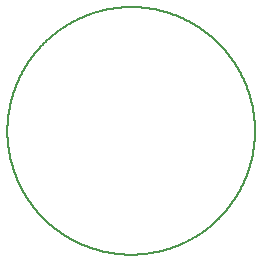
<source format=gm1>
G04 MADE WITH FRITZING*
G04 WWW.FRITZING.ORG*
G04 DOUBLE SIDED*
G04 HOLES PLATED*
G04 CONTOUR ON CENTER OF CONTOUR VECTOR*
%ASAXBY*%
%FSLAX23Y23*%
%MOIN*%
%OFA0B0*%
%SFA1.0B1.0*%
%ADD10C,0.005000*%
%ADD10C,0.008*%
%LNCONTOUR*%
G90*
G70*
G54D10*
G54D10*
X393Y827D02*
X394Y827D01*
X395Y827D01*
X396Y827D01*
X397Y827D01*
X398Y827D01*
X399Y827D01*
X400Y827D01*
X401Y827D01*
X402Y827D01*
X403Y827D01*
X404Y827D01*
X405Y827D01*
X406Y827D01*
X407Y827D01*
X408Y827D01*
X409Y827D01*
X410Y827D01*
X411Y827D01*
X412Y827D01*
X413Y827D01*
X414Y827D01*
X415Y827D01*
X416Y827D01*
X417Y827D01*
X418Y827D01*
X419Y827D01*
X420Y827D01*
X421Y827D01*
X422Y827D01*
X423Y827D01*
X424Y827D01*
X425Y827D01*
X426Y827D01*
X427Y827D01*
X428Y827D01*
X429Y827D01*
X430Y827D01*
X431Y827D01*
X432Y827D01*
X433Y826D01*
X434Y826D01*
X435Y826D01*
X436Y826D01*
X437Y826D01*
X438Y826D01*
X439Y826D01*
X440Y826D01*
X441Y826D01*
X442Y826D01*
X443Y826D01*
X444Y826D01*
X445Y826D01*
X446Y826D01*
X447Y826D01*
X448Y825D01*
X449Y825D01*
X450Y825D01*
X451Y825D01*
X452Y825D01*
X453Y825D01*
X454Y825D01*
X455Y825D01*
X456Y825D01*
X457Y825D01*
X458Y824D01*
X459Y824D01*
X460Y824D01*
X461Y824D01*
X462Y824D01*
X463Y824D01*
X464Y824D01*
X465Y824D01*
X466Y824D01*
X467Y823D01*
X468Y823D01*
X469Y823D01*
X470Y823D01*
X471Y823D01*
X472Y823D01*
X473Y823D01*
X474Y822D01*
X475Y822D01*
X476Y822D01*
X477Y822D01*
X478Y822D01*
X479Y822D01*
X480Y821D01*
X481Y821D01*
X482Y821D01*
X483Y821D01*
X484Y821D01*
X485Y821D01*
X486Y820D01*
X487Y820D01*
X488Y820D01*
X489Y820D01*
X490Y820D01*
X491Y819D01*
X492Y819D01*
X493Y819D01*
X494Y819D01*
X495Y819D01*
X496Y819D01*
X497Y818D01*
X498Y818D01*
X499Y818D01*
X500Y818D01*
X501Y817D01*
X502Y817D01*
X503Y817D01*
X504Y817D01*
X505Y817D01*
X506Y816D01*
X507Y816D01*
X508Y816D01*
X509Y816D01*
X510Y815D01*
X511Y815D01*
X512Y815D01*
X513Y815D01*
X514Y814D01*
X515Y814D01*
X516Y814D01*
X517Y814D01*
X518Y813D01*
X519Y813D01*
X520Y813D01*
X521Y813D01*
X522Y812D01*
X523Y812D01*
X524Y812D01*
X525Y811D01*
X526Y811D01*
X527Y811D01*
X528Y811D01*
X529Y810D01*
X530Y810D01*
X531Y810D01*
X532Y809D01*
X533Y809D01*
X534Y809D01*
X535Y808D01*
X536Y808D01*
X537Y808D01*
X538Y807D01*
X539Y807D01*
X540Y807D01*
X541Y807D01*
X542Y806D01*
X543Y806D01*
X544Y806D01*
X545Y805D01*
X546Y805D01*
X547Y805D01*
X548Y804D01*
X549Y804D01*
X550Y803D01*
X551Y803D01*
X552Y803D01*
X553Y802D01*
X554Y802D01*
X555Y802D01*
X556Y801D01*
X557Y801D01*
X558Y801D01*
X559Y800D01*
X560Y800D01*
X561Y799D01*
X562Y799D01*
X563Y799D01*
X564Y798D01*
X565Y798D01*
X566Y797D01*
X567Y797D01*
X568Y797D01*
X569Y796D01*
X570Y796D01*
X571Y795D01*
X572Y795D01*
X573Y795D01*
X574Y794D01*
X575Y794D01*
X576Y793D01*
X577Y793D01*
X578Y792D01*
X579Y792D01*
X580Y791D01*
X581Y791D01*
X582Y791D01*
X583Y790D01*
X584Y790D01*
X585Y789D01*
X586Y789D01*
X587Y788D01*
X588Y788D01*
X589Y787D01*
X590Y787D01*
X591Y786D01*
X592Y786D01*
X593Y785D01*
X594Y785D01*
X595Y784D01*
X596Y784D01*
X597Y783D01*
X598Y783D01*
X599Y782D01*
X600Y782D01*
X601Y781D01*
X602Y781D01*
X603Y780D01*
X604Y780D01*
X605Y779D01*
X606Y779D01*
X607Y778D01*
X608Y778D01*
X609Y777D01*
X610Y777D01*
X611Y776D01*
X612Y776D01*
X613Y775D01*
X614Y774D01*
X615Y774D01*
X616Y773D01*
X617Y773D01*
X618Y772D01*
X619Y772D01*
X620Y771D01*
X621Y770D01*
X622Y770D01*
X623Y769D01*
X624Y769D01*
X625Y768D01*
X626Y768D01*
X627Y767D01*
X628Y766D01*
X629Y766D01*
X630Y765D01*
X631Y764D01*
X632Y764D01*
X633Y763D01*
X634Y762D01*
X635Y762D01*
X636Y761D01*
X637Y761D01*
X638Y760D01*
X639Y759D01*
X640Y759D01*
X641Y758D01*
X642Y757D01*
X643Y757D01*
X644Y756D01*
X645Y755D01*
X646Y755D01*
X647Y754D01*
X648Y753D01*
X649Y752D01*
X650Y752D01*
X651Y751D01*
X652Y750D01*
X653Y750D01*
X654Y749D01*
X655Y748D01*
X656Y747D01*
X657Y747D01*
X658Y746D01*
X659Y745D01*
X660Y745D01*
X661Y744D01*
X662Y743D01*
X663Y742D01*
X664Y741D01*
X665Y741D01*
X666Y740D01*
X667Y739D01*
X668Y738D01*
X669Y738D01*
X670Y737D01*
X671Y736D01*
X672Y735D01*
X673Y734D01*
X674Y734D01*
X675Y733D01*
X676Y732D01*
X677Y731D01*
X678Y730D01*
X679Y729D01*
X680Y729D01*
X681Y728D01*
X682Y727D01*
X683Y726D01*
X684Y725D01*
X685Y724D01*
X686Y723D01*
X687Y722D01*
X688Y722D01*
X689Y721D01*
X690Y720D01*
X691Y719D01*
X692Y718D01*
X693Y717D01*
X694Y716D01*
X695Y715D01*
X696Y714D01*
X697Y713D01*
X698Y712D01*
X699Y711D01*
X700Y710D01*
X701Y709D01*
X702Y708D01*
X703Y707D01*
X704Y707D01*
X705Y706D01*
X705Y705D01*
X706Y704D01*
X707Y703D01*
X708Y702D01*
X709Y701D01*
X710Y700D01*
X711Y699D01*
X712Y698D01*
X713Y697D01*
X714Y696D01*
X715Y695D01*
X716Y694D01*
X717Y693D01*
X718Y692D01*
X719Y691D01*
X720Y690D01*
X720Y689D01*
X721Y688D01*
X722Y687D01*
X723Y686D01*
X724Y685D01*
X725Y684D01*
X726Y683D01*
X727Y682D01*
X727Y681D01*
X728Y680D01*
X729Y679D01*
X730Y678D01*
X731Y677D01*
X732Y676D01*
X732Y675D01*
X733Y674D01*
X734Y673D01*
X735Y672D01*
X736Y671D01*
X736Y670D01*
X737Y669D01*
X738Y668D01*
X739Y667D01*
X739Y666D01*
X740Y665D01*
X741Y664D01*
X742Y663D01*
X743Y662D01*
X743Y661D01*
X744Y660D01*
X745Y659D01*
X745Y658D01*
X746Y657D01*
X747Y656D01*
X748Y655D01*
X748Y654D01*
X749Y653D01*
X750Y652D01*
X750Y651D01*
X751Y650D01*
X752Y649D01*
X753Y648D01*
X753Y647D01*
X754Y646D01*
X755Y645D01*
X755Y644D01*
X756Y643D01*
X757Y642D01*
X757Y641D01*
X758Y640D01*
X759Y639D01*
X759Y638D01*
X760Y637D01*
X760Y636D01*
X761Y635D01*
X762Y634D01*
X762Y633D01*
X763Y632D01*
X764Y631D01*
X764Y630D01*
X765Y629D01*
X766Y628D01*
X766Y627D01*
X767Y626D01*
X767Y625D01*
X768Y624D01*
X768Y623D01*
X769Y622D01*
X770Y621D01*
X770Y620D01*
X771Y619D01*
X771Y618D01*
X772Y617D01*
X772Y616D01*
X773Y615D01*
X774Y614D01*
X774Y613D01*
X775Y612D01*
X775Y611D01*
X776Y610D01*
X776Y609D01*
X777Y608D01*
X777Y607D01*
X778Y606D01*
X778Y605D01*
X779Y604D01*
X779Y603D01*
X780Y602D01*
X780Y601D01*
X781Y600D01*
X781Y599D01*
X782Y598D01*
X782Y597D01*
X783Y596D01*
X783Y595D01*
X784Y594D01*
X784Y593D01*
X785Y592D01*
X785Y591D01*
X786Y590D01*
X786Y589D01*
X787Y588D01*
X787Y587D01*
X788Y586D01*
X788Y585D01*
X789Y584D01*
X789Y582D01*
X790Y581D01*
X790Y580D01*
X791Y579D01*
X791Y578D01*
X792Y577D01*
X792Y576D01*
X793Y575D01*
X793Y573D01*
X794Y572D01*
X794Y571D01*
X795Y570D01*
X795Y568D01*
X796Y567D01*
X796Y566D01*
X797Y565D01*
X797Y563D01*
X798Y562D01*
X798Y561D01*
X799Y560D01*
X799Y558D01*
X800Y557D01*
X800Y555D01*
X801Y554D01*
X801Y552D01*
X802Y551D01*
X802Y549D01*
X803Y548D01*
X803Y547D01*
X804Y546D01*
X804Y544D01*
X805Y543D01*
X805Y540D01*
X806Y539D01*
X806Y537D01*
X807Y536D01*
X807Y534D01*
X808Y533D01*
X808Y531D01*
X809Y530D01*
X809Y527D01*
X810Y526D01*
X810Y524D01*
X811Y523D01*
X811Y520D01*
X812Y519D01*
X812Y516D01*
X813Y515D01*
X813Y512D01*
X814Y511D01*
X814Y508D01*
X815Y507D01*
X815Y503D01*
X816Y502D01*
X816Y499D01*
X817Y498D01*
X817Y493D01*
X818Y492D01*
X818Y488D01*
X819Y487D01*
X819Y482D01*
X820Y481D01*
X820Y476D01*
X821Y475D01*
X821Y469D01*
X822Y468D01*
X822Y460D01*
X823Y459D01*
X823Y450D01*
X824Y449D01*
X824Y435D01*
X825Y434D01*
X825Y395D01*
X824Y394D01*
X824Y380D01*
X823Y379D01*
X823Y370D01*
X822Y369D01*
X822Y361D01*
X821Y360D01*
X821Y354D01*
X820Y353D01*
X820Y348D01*
X819Y347D01*
X819Y342D01*
X818Y341D01*
X818Y337D01*
X817Y336D01*
X817Y331D01*
X816Y330D01*
X816Y327D01*
X815Y326D01*
X815Y322D01*
X814Y321D01*
X814Y318D01*
X813Y317D01*
X813Y314D01*
X812Y313D01*
X812Y310D01*
X811Y309D01*
X811Y306D01*
X810Y305D01*
X810Y303D01*
X809Y302D01*
X809Y299D01*
X808Y298D01*
X808Y296D01*
X807Y295D01*
X807Y293D01*
X806Y292D01*
X806Y290D01*
X805Y289D01*
X805Y286D01*
X804Y285D01*
X804Y283D01*
X803Y282D01*
X803Y281D01*
X802Y280D01*
X802Y278D01*
X801Y277D01*
X801Y275D01*
X800Y274D01*
X800Y272D01*
X799Y271D01*
X799Y269D01*
X798Y268D01*
X798Y267D01*
X797Y266D01*
X797Y264D01*
X796Y263D01*
X796Y262D01*
X795Y261D01*
X795Y259D01*
X794Y258D01*
X794Y257D01*
X793Y256D01*
X793Y254D01*
X792Y253D01*
X792Y252D01*
X791Y251D01*
X791Y250D01*
X790Y249D01*
X790Y248D01*
X789Y247D01*
X789Y245D01*
X788Y244D01*
X788Y243D01*
X787Y242D01*
X787Y241D01*
X786Y240D01*
X786Y239D01*
X785Y238D01*
X785Y237D01*
X784Y236D01*
X784Y235D01*
X783Y234D01*
X783Y233D01*
X782Y232D01*
X782Y231D01*
X781Y230D01*
X781Y229D01*
X780Y228D01*
X780Y227D01*
X779Y226D01*
X779Y225D01*
X778Y224D01*
X778Y223D01*
X777Y222D01*
X777Y221D01*
X776Y220D01*
X776Y219D01*
X775Y218D01*
X775Y217D01*
X774Y216D01*
X774Y215D01*
X773Y214D01*
X772Y213D01*
X772Y212D01*
X771Y211D01*
X771Y210D01*
X770Y209D01*
X770Y208D01*
X769Y207D01*
X768Y206D01*
X768Y205D01*
X767Y204D01*
X767Y203D01*
X766Y202D01*
X766Y201D01*
X765Y200D01*
X764Y199D01*
X764Y198D01*
X763Y197D01*
X762Y196D01*
X762Y195D01*
X761Y194D01*
X760Y193D01*
X760Y192D01*
X759Y191D01*
X759Y190D01*
X758Y189D01*
X757Y188D01*
X757Y187D01*
X756Y186D01*
X755Y185D01*
X755Y184D01*
X754Y183D01*
X753Y182D01*
X753Y181D01*
X752Y180D01*
X751Y179D01*
X750Y178D01*
X750Y177D01*
X749Y176D01*
X748Y175D01*
X748Y174D01*
X747Y173D01*
X746Y172D01*
X745Y171D01*
X745Y170D01*
X744Y169D01*
X743Y168D01*
X743Y167D01*
X742Y166D01*
X741Y165D01*
X740Y164D01*
X739Y163D01*
X739Y162D01*
X738Y161D01*
X737Y160D01*
X736Y159D01*
X736Y158D01*
X735Y157D01*
X734Y156D01*
X733Y155D01*
X732Y154D01*
X732Y153D01*
X731Y152D01*
X730Y151D01*
X729Y150D01*
X728Y149D01*
X727Y148D01*
X727Y147D01*
X726Y146D01*
X725Y145D01*
X724Y144D01*
X723Y143D01*
X722Y142D01*
X721Y141D01*
X720Y140D01*
X720Y139D01*
X719Y138D01*
X718Y137D01*
X717Y136D01*
X716Y135D01*
X715Y134D01*
X714Y133D01*
X713Y132D01*
X712Y131D01*
X711Y130D01*
X710Y129D01*
X709Y128D01*
X708Y127D01*
X707Y126D01*
X706Y125D01*
X705Y124D01*
X705Y123D01*
X704Y122D01*
X703Y122D01*
X702Y121D01*
X701Y120D01*
X700Y119D01*
X699Y118D01*
X698Y117D01*
X697Y116D01*
X696Y115D01*
X695Y114D01*
X694Y113D01*
X693Y112D01*
X692Y111D01*
X691Y110D01*
X690Y109D01*
X689Y108D01*
X688Y107D01*
X687Y107D01*
X686Y106D01*
X685Y105D01*
X684Y104D01*
X683Y103D01*
X682Y102D01*
X681Y101D01*
X680Y100D01*
X679Y100D01*
X678Y99D01*
X677Y98D01*
X676Y97D01*
X675Y96D01*
X674Y95D01*
X673Y95D01*
X672Y94D01*
X671Y93D01*
X670Y92D01*
X669Y91D01*
X668Y91D01*
X667Y90D01*
X666Y89D01*
X665Y88D01*
X664Y88D01*
X663Y87D01*
X662Y86D01*
X661Y85D01*
X660Y84D01*
X659Y84D01*
X658Y83D01*
X657Y82D01*
X656Y82D01*
X655Y81D01*
X654Y80D01*
X653Y79D01*
X652Y79D01*
X651Y78D01*
X650Y77D01*
X649Y77D01*
X648Y76D01*
X647Y75D01*
X646Y74D01*
X645Y74D01*
X644Y73D01*
X643Y72D01*
X642Y72D01*
X641Y71D01*
X640Y70D01*
X639Y70D01*
X638Y69D01*
X637Y68D01*
X636Y68D01*
X635Y67D01*
X634Y67D01*
X633Y66D01*
X632Y65D01*
X631Y65D01*
X630Y64D01*
X629Y63D01*
X628Y63D01*
X627Y62D01*
X626Y61D01*
X625Y61D01*
X624Y60D01*
X623Y60D01*
X622Y59D01*
X621Y59D01*
X620Y58D01*
X619Y57D01*
X618Y57D01*
X617Y56D01*
X616Y56D01*
X615Y55D01*
X614Y55D01*
X613Y54D01*
X612Y53D01*
X611Y53D01*
X610Y52D01*
X609Y52D01*
X608Y51D01*
X607Y51D01*
X606Y50D01*
X605Y50D01*
X604Y49D01*
X603Y49D01*
X602Y48D01*
X601Y48D01*
X600Y47D01*
X599Y47D01*
X598Y46D01*
X597Y46D01*
X596Y45D01*
X595Y45D01*
X594Y44D01*
X593Y44D01*
X592Y43D01*
X591Y43D01*
X590Y42D01*
X589Y42D01*
X588Y41D01*
X587Y41D01*
X586Y40D01*
X585Y40D01*
X584Y39D01*
X583Y39D01*
X582Y38D01*
X581Y38D01*
X580Y38D01*
X579Y37D01*
X578Y37D01*
X577Y36D01*
X576Y36D01*
X575Y35D01*
X574Y35D01*
X573Y34D01*
X572Y34D01*
X571Y34D01*
X570Y33D01*
X569Y33D01*
X568Y32D01*
X567Y32D01*
X566Y32D01*
X565Y31D01*
X564Y31D01*
X563Y30D01*
X562Y30D01*
X561Y30D01*
X560Y29D01*
X559Y29D01*
X558Y28D01*
X557Y28D01*
X556Y28D01*
X555Y27D01*
X554Y27D01*
X553Y27D01*
X552Y26D01*
X551Y26D01*
X550Y26D01*
X549Y25D01*
X548Y25D01*
X547Y25D01*
X546Y24D01*
X545Y24D01*
X544Y23D01*
X543Y23D01*
X542Y23D01*
X541Y22D01*
X540Y22D01*
X539Y22D01*
X538Y22D01*
X537Y21D01*
X536Y21D01*
X535Y21D01*
X534Y20D01*
X533Y20D01*
X532Y20D01*
X531Y19D01*
X530Y19D01*
X529Y19D01*
X528Y18D01*
X527Y18D01*
X526Y18D01*
X525Y18D01*
X524Y17D01*
X523Y17D01*
X522Y17D01*
X521Y16D01*
X520Y16D01*
X519Y16D01*
X518Y16D01*
X517Y15D01*
X516Y15D01*
X515Y15D01*
X514Y15D01*
X513Y14D01*
X512Y14D01*
X511Y14D01*
X510Y14D01*
X509Y13D01*
X508Y13D01*
X507Y13D01*
X506Y13D01*
X505Y12D01*
X504Y12D01*
X503Y12D01*
X502Y12D01*
X501Y12D01*
X500Y11D01*
X499Y11D01*
X498Y11D01*
X497Y11D01*
X496Y10D01*
X495Y10D01*
X494Y10D01*
X493Y10D01*
X492Y10D01*
X491Y10D01*
X490Y9D01*
X489Y9D01*
X488Y9D01*
X487Y9D01*
X486Y9D01*
X485Y8D01*
X484Y8D01*
X483Y8D01*
X482Y8D01*
X481Y8D01*
X480Y8D01*
X479Y7D01*
X478Y7D01*
X477Y7D01*
X476Y7D01*
X475Y7D01*
X474Y7D01*
X473Y6D01*
X472Y6D01*
X471Y6D01*
X470Y6D01*
X469Y6D01*
X468Y6D01*
X467Y6D01*
X466Y5D01*
X465Y5D01*
X464Y5D01*
X463Y5D01*
X462Y5D01*
X461Y5D01*
X460Y5D01*
X459Y5D01*
X458Y5D01*
X457Y4D01*
X456Y4D01*
X455Y4D01*
X454Y4D01*
X453Y4D01*
X452Y4D01*
X451Y4D01*
X450Y4D01*
X449Y4D01*
X448Y4D01*
X447Y3D01*
X446Y3D01*
X445Y3D01*
X444Y3D01*
X443Y3D01*
X442Y3D01*
X441Y3D01*
X440Y3D01*
X439Y3D01*
X438Y3D01*
X437Y3D01*
X436Y3D01*
X435Y3D01*
X434Y3D01*
X433Y3D01*
X432Y2D01*
X431Y2D01*
X430Y2D01*
X429Y2D01*
X428Y2D01*
X427Y2D01*
X426Y2D01*
X425Y2D01*
X424Y2D01*
X423Y2D01*
X422Y2D01*
X421Y2D01*
X420Y2D01*
X419Y2D01*
X418Y2D01*
X417Y2D01*
X416Y2D01*
X415Y2D01*
X414Y2D01*
X413Y2D01*
X412Y2D01*
X411Y2D01*
X410Y2D01*
X409Y2D01*
X408Y2D01*
X407Y2D01*
X406Y2D01*
X405Y2D01*
X404Y2D01*
X403Y2D01*
X402Y2D01*
X401Y2D01*
X400Y2D01*
X399Y2D01*
X398Y2D01*
X397Y2D01*
X396Y2D01*
X395Y2D01*
X394Y2D01*
X393Y2D01*
X392Y3D01*
X391Y3D01*
X390Y3D01*
X389Y3D01*
X388Y3D01*
X387Y3D01*
X386Y3D01*
X385Y3D01*
X384Y3D01*
X383Y3D01*
X382Y3D01*
X381Y3D01*
X380Y3D01*
X379Y3D01*
X378Y3D01*
X377Y4D01*
X376Y4D01*
X375Y4D01*
X374Y4D01*
X373Y4D01*
X372Y4D01*
X371Y4D01*
X370Y4D01*
X369Y4D01*
X368Y4D01*
X367Y5D01*
X366Y5D01*
X365Y5D01*
X364Y5D01*
X363Y5D01*
X362Y5D01*
X361Y5D01*
X360Y5D01*
X359Y5D01*
X358Y6D01*
X357Y6D01*
X356Y6D01*
X355Y6D01*
X354Y6D01*
X353Y6D01*
X352Y6D01*
X351Y7D01*
X350Y7D01*
X349Y7D01*
X348Y7D01*
X347Y7D01*
X346Y7D01*
X345Y8D01*
X344Y8D01*
X343Y8D01*
X342Y8D01*
X341Y8D01*
X340Y8D01*
X339Y9D01*
X338Y9D01*
X337Y9D01*
X336Y9D01*
X335Y9D01*
X334Y10D01*
X333Y10D01*
X332Y10D01*
X331Y10D01*
X330Y10D01*
X329Y10D01*
X328Y11D01*
X327Y11D01*
X326Y11D01*
X325Y11D01*
X324Y12D01*
X323Y12D01*
X322Y12D01*
X321Y12D01*
X320Y12D01*
X319Y13D01*
X318Y13D01*
X317Y13D01*
X316Y13D01*
X315Y14D01*
X314Y14D01*
X313Y14D01*
X312Y14D01*
X311Y15D01*
X310Y15D01*
X309Y15D01*
X308Y15D01*
X307Y16D01*
X306Y16D01*
X305Y16D01*
X304Y16D01*
X303Y17D01*
X302Y17D01*
X301Y17D01*
X300Y18D01*
X299Y18D01*
X298Y18D01*
X297Y18D01*
X296Y19D01*
X295Y19D01*
X294Y19D01*
X293Y20D01*
X292Y20D01*
X291Y20D01*
X290Y21D01*
X289Y21D01*
X288Y21D01*
X287Y22D01*
X286Y22D01*
X285Y22D01*
X284Y22D01*
X283Y23D01*
X282Y23D01*
X281Y23D01*
X280Y24D01*
X279Y24D01*
X278Y25D01*
X277Y25D01*
X276Y25D01*
X275Y26D01*
X274Y26D01*
X273Y26D01*
X272Y27D01*
X271Y27D01*
X270Y27D01*
X269Y28D01*
X268Y28D01*
X267Y28D01*
X266Y29D01*
X265Y29D01*
X264Y30D01*
X263Y30D01*
X262Y30D01*
X261Y31D01*
X260Y31D01*
X259Y32D01*
X258Y32D01*
X257Y32D01*
X256Y33D01*
X255Y33D01*
X254Y34D01*
X253Y34D01*
X252Y34D01*
X251Y35D01*
X250Y35D01*
X249Y36D01*
X248Y36D01*
X247Y37D01*
X246Y37D01*
X245Y38D01*
X244Y38D01*
X243Y38D01*
X242Y39D01*
X241Y39D01*
X240Y40D01*
X239Y40D01*
X238Y41D01*
X237Y41D01*
X236Y42D01*
X235Y42D01*
X234Y43D01*
X233Y43D01*
X232Y44D01*
X231Y44D01*
X230Y45D01*
X229Y45D01*
X228Y46D01*
X227Y46D01*
X226Y47D01*
X225Y47D01*
X224Y48D01*
X223Y48D01*
X222Y49D01*
X221Y49D01*
X220Y50D01*
X219Y50D01*
X218Y51D01*
X217Y51D01*
X216Y52D01*
X215Y52D01*
X214Y53D01*
X213Y53D01*
X212Y54D01*
X211Y55D01*
X210Y55D01*
X209Y56D01*
X208Y56D01*
X207Y57D01*
X206Y57D01*
X205Y58D01*
X204Y59D01*
X203Y59D01*
X202Y60D01*
X201Y60D01*
X200Y61D01*
X199Y61D01*
X198Y62D01*
X197Y63D01*
X196Y63D01*
X195Y64D01*
X194Y65D01*
X193Y65D01*
X192Y66D01*
X191Y67D01*
X190Y67D01*
X189Y68D01*
X188Y68D01*
X187Y69D01*
X186Y70D01*
X185Y70D01*
X184Y71D01*
X183Y72D01*
X182Y72D01*
X181Y73D01*
X180Y74D01*
X179Y74D01*
X178Y75D01*
X177Y76D01*
X176Y77D01*
X175Y77D01*
X174Y78D01*
X173Y79D01*
X172Y79D01*
X171Y80D01*
X170Y81D01*
X169Y82D01*
X168Y82D01*
X167Y83D01*
X166Y84D01*
X165Y84D01*
X164Y85D01*
X163Y86D01*
X162Y87D01*
X161Y88D01*
X160Y88D01*
X159Y89D01*
X158Y90D01*
X157Y91D01*
X156Y91D01*
X155Y92D01*
X154Y93D01*
X153Y94D01*
X152Y95D01*
X151Y95D01*
X150Y96D01*
X149Y97D01*
X148Y98D01*
X147Y99D01*
X146Y100D01*
X145Y100D01*
X144Y101D01*
X143Y102D01*
X142Y103D01*
X141Y104D01*
X140Y105D01*
X139Y106D01*
X138Y107D01*
X137Y107D01*
X136Y108D01*
X135Y109D01*
X134Y110D01*
X133Y111D01*
X132Y112D01*
X131Y113D01*
X130Y114D01*
X129Y115D01*
X128Y116D01*
X127Y117D01*
X126Y118D01*
X125Y119D01*
X124Y120D01*
X123Y121D01*
X122Y122D01*
X121Y122D01*
X120Y123D01*
X120Y124D01*
X119Y125D01*
X118Y126D01*
X117Y127D01*
X116Y128D01*
X115Y129D01*
X114Y130D01*
X113Y131D01*
X112Y132D01*
X111Y133D01*
X110Y134D01*
X109Y135D01*
X108Y136D01*
X107Y137D01*
X106Y138D01*
X105Y139D01*
X105Y140D01*
X104Y141D01*
X103Y142D01*
X102Y143D01*
X101Y144D01*
X100Y145D01*
X99Y146D01*
X98Y147D01*
X98Y148D01*
X97Y149D01*
X96Y150D01*
X95Y151D01*
X94Y152D01*
X93Y153D01*
X93Y154D01*
X92Y155D01*
X91Y156D01*
X90Y157D01*
X89Y158D01*
X89Y159D01*
X88Y160D01*
X87Y161D01*
X86Y162D01*
X86Y163D01*
X85Y164D01*
X84Y165D01*
X83Y166D01*
X82Y167D01*
X82Y168D01*
X81Y169D01*
X80Y170D01*
X80Y171D01*
X79Y172D01*
X78Y173D01*
X77Y174D01*
X77Y175D01*
X76Y176D01*
X75Y177D01*
X75Y178D01*
X74Y179D01*
X73Y180D01*
X72Y181D01*
X72Y182D01*
X71Y183D01*
X70Y184D01*
X70Y185D01*
X69Y186D01*
X68Y187D01*
X68Y188D01*
X67Y189D01*
X66Y190D01*
X66Y191D01*
X65Y192D01*
X65Y193D01*
X64Y194D01*
X63Y195D01*
X63Y196D01*
X62Y197D01*
X61Y198D01*
X61Y199D01*
X60Y200D01*
X59Y201D01*
X59Y202D01*
X58Y203D01*
X58Y204D01*
X57Y205D01*
X57Y206D01*
X56Y207D01*
X55Y208D01*
X55Y209D01*
X54Y210D01*
X54Y211D01*
X53Y212D01*
X53Y213D01*
X52Y214D01*
X51Y215D01*
X51Y216D01*
X50Y217D01*
X50Y218D01*
X49Y219D01*
X49Y220D01*
X48Y221D01*
X48Y222D01*
X47Y223D01*
X47Y224D01*
X46Y225D01*
X46Y226D01*
X45Y227D01*
X45Y228D01*
X44Y229D01*
X44Y230D01*
X43Y231D01*
X43Y232D01*
X42Y233D01*
X42Y234D01*
X41Y235D01*
X41Y236D01*
X40Y237D01*
X40Y238D01*
X39Y239D01*
X39Y240D01*
X38Y241D01*
X38Y242D01*
X37Y243D01*
X37Y244D01*
X36Y245D01*
X36Y247D01*
X35Y248D01*
X35Y249D01*
X34Y250D01*
X34Y251D01*
X33Y252D01*
X33Y253D01*
X32Y254D01*
X32Y256D01*
X31Y257D01*
X31Y258D01*
X30Y259D01*
X30Y261D01*
X29Y262D01*
X29Y263D01*
X28Y264D01*
X28Y266D01*
X27Y267D01*
X27Y268D01*
X26Y269D01*
X26Y271D01*
X25Y272D01*
X25Y274D01*
X24Y275D01*
X24Y277D01*
X23Y278D01*
X23Y279D01*
X22Y280D01*
X22Y282D01*
X21Y283D01*
X21Y285D01*
X20Y286D01*
X20Y289D01*
X19Y290D01*
X19Y292D01*
X18Y293D01*
X18Y295D01*
X17Y296D01*
X17Y298D01*
X16Y299D01*
X16Y302D01*
X15Y303D01*
X15Y305D01*
X14Y306D01*
X14Y309D01*
X13Y310D01*
X13Y313D01*
X12Y314D01*
X12Y317D01*
X11Y318D01*
X11Y321D01*
X10Y322D01*
X10Y326D01*
X9Y327D01*
X9Y330D01*
X8Y331D01*
X8Y336D01*
X7Y337D01*
X7Y341D01*
X6Y342D01*
X6Y347D01*
X5Y348D01*
X5Y353D01*
X4Y354D01*
X4Y360D01*
X3Y361D01*
X3Y369D01*
X2Y370D01*
X2Y379D01*
X1Y380D01*
X1Y394D01*
X0Y395D01*
X0Y434D01*
X1Y435D01*
X1Y449D01*
X2Y450D01*
X2Y459D01*
X3Y460D01*
X3Y468D01*
X4Y469D01*
X4Y475D01*
X5Y476D01*
X5Y481D01*
X6Y482D01*
X6Y487D01*
X7Y488D01*
X7Y492D01*
X8Y493D01*
X8Y498D01*
X9Y499D01*
X9Y502D01*
X10Y503D01*
X10Y507D01*
X11Y508D01*
X11Y511D01*
X12Y512D01*
X12Y515D01*
X13Y516D01*
X13Y519D01*
X14Y520D01*
X14Y523D01*
X15Y524D01*
X15Y526D01*
X16Y527D01*
X16Y530D01*
X17Y531D01*
X17Y533D01*
X18Y534D01*
X18Y536D01*
X19Y537D01*
X19Y539D01*
X20Y540D01*
X20Y543D01*
X21Y544D01*
X21Y546D01*
X22Y547D01*
X22Y549D01*
X23Y550D01*
X23Y551D01*
X24Y552D01*
X24Y554D01*
X25Y555D01*
X25Y557D01*
X26Y558D01*
X26Y560D01*
X27Y561D01*
X27Y562D01*
X28Y563D01*
X28Y565D01*
X29Y566D01*
X29Y567D01*
X30Y568D01*
X30Y570D01*
X31Y571D01*
X31Y572D01*
X32Y573D01*
X32Y575D01*
X33Y576D01*
X33Y577D01*
X34Y578D01*
X34Y579D01*
X35Y580D01*
X35Y581D01*
X36Y582D01*
X36Y584D01*
X37Y585D01*
X37Y586D01*
X38Y587D01*
X38Y588D01*
X39Y589D01*
X39Y590D01*
X40Y591D01*
X40Y592D01*
X41Y593D01*
X41Y594D01*
X42Y595D01*
X42Y596D01*
X43Y597D01*
X43Y598D01*
X44Y599D01*
X44Y600D01*
X45Y601D01*
X45Y602D01*
X46Y603D01*
X46Y604D01*
X47Y605D01*
X47Y606D01*
X48Y607D01*
X48Y608D01*
X49Y609D01*
X49Y610D01*
X50Y611D01*
X50Y612D01*
X51Y613D01*
X51Y614D01*
X52Y615D01*
X53Y616D01*
X53Y617D01*
X54Y618D01*
X54Y619D01*
X55Y620D01*
X55Y621D01*
X56Y622D01*
X57Y623D01*
X57Y624D01*
X58Y625D01*
X58Y626D01*
X59Y627D01*
X59Y628D01*
X60Y629D01*
X61Y630D01*
X61Y631D01*
X62Y632D01*
X63Y633D01*
X63Y634D01*
X64Y635D01*
X65Y636D01*
X65Y637D01*
X66Y638D01*
X66Y639D01*
X67Y640D01*
X68Y641D01*
X68Y642D01*
X69Y643D01*
X70Y644D01*
X70Y645D01*
X71Y646D01*
X72Y647D01*
X72Y648D01*
X73Y649D01*
X74Y650D01*
X75Y651D01*
X75Y652D01*
X76Y653D01*
X77Y654D01*
X77Y655D01*
X78Y656D01*
X79Y657D01*
X80Y658D01*
X80Y659D01*
X81Y660D01*
X82Y661D01*
X82Y662D01*
X83Y663D01*
X84Y664D01*
X85Y665D01*
X86Y666D01*
X86Y667D01*
X87Y668D01*
X88Y669D01*
X89Y670D01*
X89Y671D01*
X90Y672D01*
X91Y673D01*
X92Y674D01*
X93Y675D01*
X93Y676D01*
X94Y677D01*
X95Y678D01*
X96Y679D01*
X97Y680D01*
X98Y681D01*
X98Y682D01*
X99Y683D01*
X100Y684D01*
X101Y685D01*
X102Y686D01*
X103Y687D01*
X104Y688D01*
X105Y689D01*
X105Y690D01*
X106Y691D01*
X107Y692D01*
X108Y693D01*
X109Y694D01*
X110Y695D01*
X111Y696D01*
X112Y697D01*
X113Y698D01*
X114Y699D01*
X115Y700D01*
X116Y701D01*
X117Y702D01*
X118Y703D01*
X119Y704D01*
X120Y705D01*
X120Y706D01*
X121Y707D01*
X122Y707D01*
X123Y708D01*
X124Y709D01*
X125Y710D01*
X126Y711D01*
X127Y712D01*
X128Y713D01*
X129Y714D01*
X130Y715D01*
X131Y716D01*
X132Y717D01*
X133Y718D01*
X134Y719D01*
X135Y720D01*
X136Y721D01*
X137Y722D01*
X138Y722D01*
X139Y723D01*
X140Y724D01*
X141Y725D01*
X142Y726D01*
X143Y727D01*
X144Y728D01*
X145Y729D01*
X146Y729D01*
X147Y730D01*
X148Y731D01*
X149Y732D01*
X150Y733D01*
X151Y734D01*
X152Y734D01*
X153Y735D01*
X154Y736D01*
X155Y737D01*
X156Y738D01*
X157Y738D01*
X158Y739D01*
X159Y740D01*
X160Y741D01*
X161Y741D01*
X162Y742D01*
X163Y743D01*
X164Y744D01*
X165Y745D01*
X166Y745D01*
X167Y746D01*
X168Y747D01*
X169Y747D01*
X170Y748D01*
X171Y749D01*
X172Y750D01*
X173Y750D01*
X174Y751D01*
X175Y752D01*
X176Y752D01*
X177Y753D01*
X178Y754D01*
X179Y755D01*
X180Y755D01*
X181Y756D01*
X182Y757D01*
X183Y757D01*
X184Y758D01*
X185Y759D01*
X186Y759D01*
X187Y760D01*
X188Y761D01*
X189Y761D01*
X190Y762D01*
X191Y762D01*
X192Y763D01*
X193Y764D01*
X194Y764D01*
X195Y765D01*
X196Y766D01*
X197Y766D01*
X198Y767D01*
X199Y768D01*
X200Y768D01*
X201Y769D01*
X202Y769D01*
X203Y770D01*
X204Y770D01*
X205Y771D01*
X206Y772D01*
X207Y772D01*
X208Y773D01*
X209Y773D01*
X210Y774D01*
X211Y774D01*
X212Y775D01*
X213Y776D01*
X214Y776D01*
X215Y777D01*
X216Y777D01*
X217Y778D01*
X218Y778D01*
X219Y779D01*
X220Y779D01*
X221Y780D01*
X222Y780D01*
X223Y781D01*
X224Y781D01*
X225Y782D01*
X226Y782D01*
X227Y783D01*
X228Y783D01*
X229Y784D01*
X230Y784D01*
X231Y785D01*
X232Y785D01*
X233Y786D01*
X234Y786D01*
X235Y787D01*
X236Y787D01*
X237Y788D01*
X238Y788D01*
X239Y789D01*
X240Y789D01*
X241Y790D01*
X242Y790D01*
X243Y791D01*
X244Y791D01*
X245Y791D01*
X246Y792D01*
X247Y792D01*
X248Y793D01*
X249Y793D01*
X250Y794D01*
X251Y794D01*
X252Y795D01*
X253Y795D01*
X254Y795D01*
X255Y796D01*
X256Y796D01*
X257Y797D01*
X258Y797D01*
X259Y797D01*
X260Y798D01*
X261Y798D01*
X262Y799D01*
X263Y799D01*
X264Y799D01*
X265Y800D01*
X266Y800D01*
X267Y801D01*
X268Y801D01*
X269Y801D01*
X270Y802D01*
X271Y802D01*
X272Y802D01*
X273Y803D01*
X274Y803D01*
X275Y803D01*
X276Y804D01*
X277Y804D01*
X278Y805D01*
X279Y805D01*
X280Y805D01*
X281Y806D01*
X282Y806D01*
X283Y806D01*
X284Y807D01*
X285Y807D01*
X286Y807D01*
X287Y807D01*
X288Y808D01*
X289Y808D01*
X290Y808D01*
X291Y809D01*
X292Y809D01*
X293Y809D01*
X294Y810D01*
X295Y810D01*
X296Y810D01*
X297Y811D01*
X298Y811D01*
X299Y811D01*
X300Y811D01*
X301Y812D01*
X302Y812D01*
X303Y812D01*
X304Y813D01*
X305Y813D01*
X306Y813D01*
X307Y813D01*
X308Y814D01*
X309Y814D01*
X310Y814D01*
X311Y814D01*
X312Y815D01*
X313Y815D01*
X314Y815D01*
X315Y815D01*
X316Y816D01*
X317Y816D01*
X318Y816D01*
X319Y816D01*
X320Y817D01*
X321Y817D01*
X322Y817D01*
X323Y817D01*
X324Y817D01*
X325Y818D01*
X326Y818D01*
X327Y818D01*
X328Y818D01*
X329Y819D01*
X330Y819D01*
X331Y819D01*
X332Y819D01*
X333Y819D01*
X334Y819D01*
X335Y820D01*
X336Y820D01*
X337Y820D01*
X338Y820D01*
X339Y820D01*
X340Y821D01*
X341Y821D01*
X342Y821D01*
X343Y821D01*
X344Y821D01*
X345Y821D01*
X346Y822D01*
X347Y822D01*
X348Y822D01*
X349Y822D01*
X350Y822D01*
X351Y822D01*
X352Y823D01*
X353Y823D01*
X354Y823D01*
X355Y823D01*
X356Y823D01*
X357Y823D01*
X358Y823D01*
X359Y824D01*
X360Y824D01*
X361Y824D01*
X362Y824D01*
X363Y824D01*
X364Y824D01*
X365Y824D01*
X366Y824D01*
X367Y824D01*
X368Y825D01*
X369Y825D01*
X370Y825D01*
X371Y825D01*
X372Y825D01*
X373Y825D01*
X374Y825D01*
X375Y825D01*
X376Y825D01*
X377Y825D01*
X378Y826D01*
X379Y826D01*
X380Y826D01*
X381Y826D01*
X382Y826D01*
X383Y826D01*
X384Y826D01*
X385Y826D01*
X386Y826D01*
X387Y826D01*
X388Y826D01*
X389Y826D01*
X390Y826D01*
X391Y826D01*
X392Y826D01*
X393Y827D01*
D02*
G04 End of contour*
M02*
</source>
